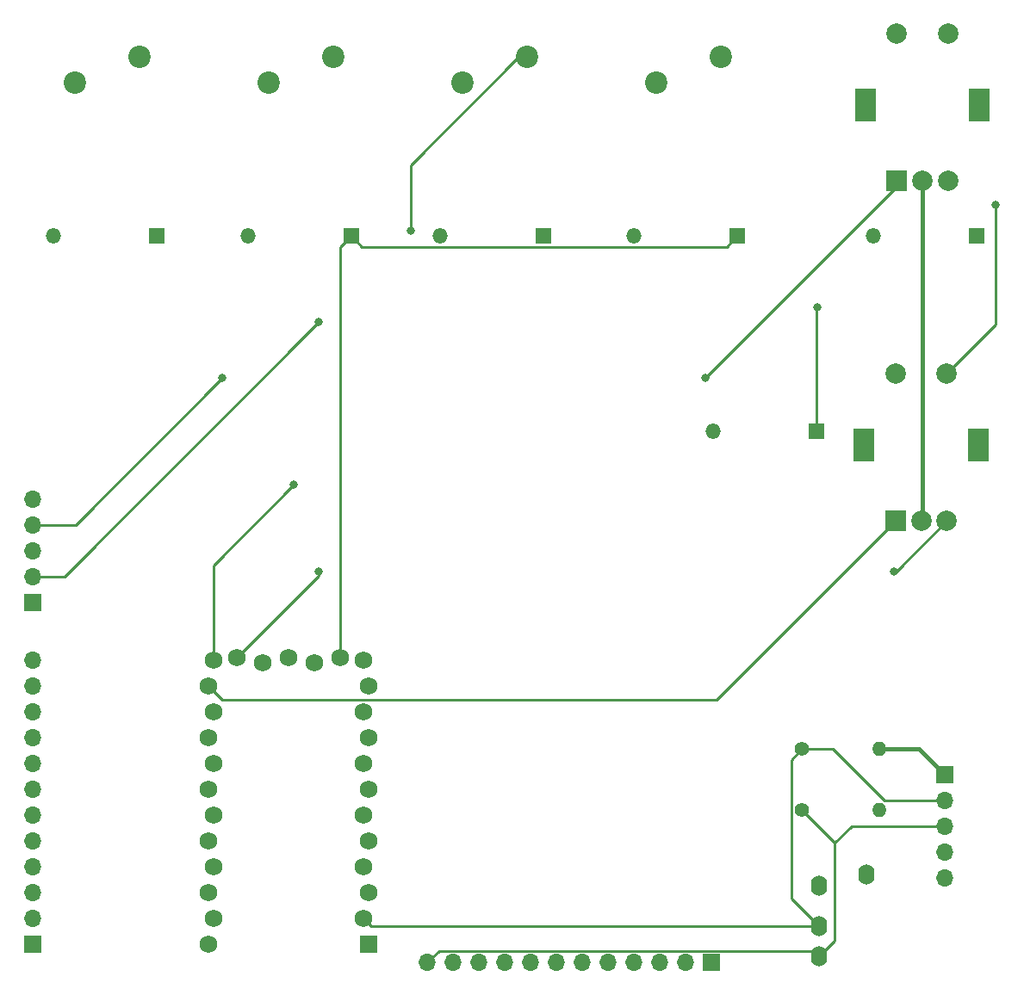
<source format=gbr>
%TF.GenerationSoftware,KiCad,Pcbnew,(6.0.10)*%
%TF.CreationDate,2023-01-18T22:34:27-08:00*%
%TF.ProjectId,shitpad,73686974-7061-4642-9e6b-696361645f70,rev?*%
%TF.SameCoordinates,Original*%
%TF.FileFunction,Copper,L2,Bot*%
%TF.FilePolarity,Positive*%
%FSLAX46Y46*%
G04 Gerber Fmt 4.6, Leading zero omitted, Abs format (unit mm)*
G04 Created by KiCad (PCBNEW (6.0.10)) date 2023-01-18 22:34:27*
%MOMM*%
%LPD*%
G01*
G04 APERTURE LIST*
%TA.AperFunction,ComponentPad*%
%ADD10C,2.200000*%
%TD*%
%TA.AperFunction,ComponentPad*%
%ADD11O,1.400000X1.400000*%
%TD*%
%TA.AperFunction,ComponentPad*%
%ADD12C,1.400000*%
%TD*%
%TA.AperFunction,ComponentPad*%
%ADD13C,2.000000*%
%TD*%
%TA.AperFunction,ComponentPad*%
%ADD14R,2.000000X3.200000*%
%TD*%
%TA.AperFunction,ComponentPad*%
%ADD15R,2.000000X2.000000*%
%TD*%
%TA.AperFunction,ComponentPad*%
%ADD16O,1.500000X1.500000*%
%TD*%
%TA.AperFunction,ComponentPad*%
%ADD17R,1.500000X1.500000*%
%TD*%
%TA.AperFunction,ComponentPad*%
%ADD18O,1.600000X2.000000*%
%TD*%
%TA.AperFunction,ComponentPad*%
%ADD19O,1.700000X1.700000*%
%TD*%
%TA.AperFunction,ComponentPad*%
%ADD20R,1.700000X1.700000*%
%TD*%
%TA.AperFunction,ComponentPad*%
%ADD21C,1.752600*%
%TD*%
%TA.AperFunction,ComponentPad*%
%ADD22R,1.752600X1.752600*%
%TD*%
%TA.AperFunction,ViaPad*%
%ADD23C,0.800000*%
%TD*%
%TA.AperFunction,Conductor*%
%ADD24C,0.254000*%
%TD*%
%TA.AperFunction,Conductor*%
%ADD25C,0.381000*%
%TD*%
G04 APERTURE END LIST*
D10*
%TO.P,SW1,2*%
%TO.N,COL0*%
X115972000Y-58876250D03*
%TO.P,SW1,1*%
%TO.N,Net-(D1-Pad2)*%
X109622000Y-61416250D03*
%TD*%
D11*
%TO.P,R2,2*%
%TO.N,+5V*%
X150610000Y-127000000D03*
D12*
%TO.P,R2,1*%
%TO.N,I2C2*%
X142990000Y-127000000D03*
%TD*%
D11*
%TO.P,R1,2*%
%TO.N,+5V*%
X150610000Y-133000000D03*
D12*
%TO.P,R1,1*%
%TO.N,I2C1*%
X142990000Y-133000000D03*
%TD*%
D13*
%TO.P,SW6,S2,S2*%
%TO.N,Net-(D10-Pad2)*%
X152207000Y-90043750D03*
%TO.P,SW6,S1,S1*%
%TO.N,COL3*%
X157207000Y-90043750D03*
D14*
%TO.P,SW6,MP*%
%TO.N,N/C*%
X149107000Y-97043750D03*
X160307000Y-97043750D03*
D13*
%TO.P,SW6,C,C*%
%TO.N,GND*%
X154707000Y-104543750D03*
%TO.P,SW6,B,B*%
%TO.N,ROT1*%
X157207000Y-104543750D03*
D15*
%TO.P,SW6,A,A*%
%TO.N,ROT3*%
X152207000Y-104543750D03*
%TD*%
D16*
%TO.P,D10,2,A*%
%TO.N,Net-(D10-Pad2)*%
X134228250Y-95706250D03*
D17*
%TO.P,D10,1,K*%
%TO.N,ROW1*%
X144388250Y-95706250D03*
%TD*%
D16*
%TO.P,D9,2,A*%
%TO.N,Net-(SW5-PadS2)*%
X150000000Y-76500000D03*
D17*
%TO.P,D9,1,K*%
%TO.N,ROW0*%
X160160000Y-76500000D03*
%TD*%
D13*
%TO.P,SW5,S2,S2*%
%TO.N,Net-(SW5-PadS2)*%
X152325750Y-56600000D03*
%TO.P,SW5,S1,S1*%
%TO.N,COL3*%
X157325750Y-56600000D03*
D14*
%TO.P,SW5,MP*%
%TO.N,N/C*%
X149225750Y-63600000D03*
X160425750Y-63600000D03*
D13*
%TO.P,SW5,C,C*%
%TO.N,GND*%
X154825750Y-71100000D03*
%TO.P,SW5,B,B*%
%TO.N,ROT1*%
X157325750Y-71100000D03*
D15*
%TO.P,SW5,A,A*%
%TO.N,ROT2*%
X152325750Y-71100000D03*
%TD*%
D18*
%TO.P,T1,3,RING1*%
%TO.N,I2C2*%
X144700000Y-144412500D03*
%TO.P,T1,4,RING2*%
%TO.N,I2C1*%
X144700000Y-147412500D03*
%TO.P,T1,2,TIP*%
%TO.N,GND*%
X144700000Y-140412500D03*
%TO.P,T1,1,SLEEVE*%
%TO.N,+5V*%
X149300000Y-139312500D03*
%TD*%
D19*
%TO.P,X1,5,GND*%
%TO.N,GND*%
X157000000Y-139660000D03*
%TO.P,X1,4,ID*%
%TO.N,unconnected-(X1-Pad4)*%
X157000000Y-137120000D03*
%TO.P,X1,3,D+*%
%TO.N,I2C1*%
X157000000Y-134580000D03*
%TO.P,X1,2,D-*%
%TO.N,I2C2*%
X157000000Y-132040000D03*
D20*
%TO.P,X1,1,VBUS*%
%TO.N,+5V*%
X157000000Y-129500000D03*
%TD*%
D19*
%TO.P,J3,12,Pin_12*%
%TO.N,ROT2*%
X67394500Y-118253750D03*
%TO.P,J3,11,Pin_11*%
%TO.N,ROT3*%
X67394500Y-120793750D03*
%TO.P,J3,10,Pin_10*%
%TO.N,Net-(J3-Pad10)*%
X67394500Y-123333750D03*
%TO.P,J3,9,Pin_9*%
%TO.N,Net-(J3-Pad9)*%
X67394500Y-125873750D03*
%TO.P,J3,8,Pin_8*%
%TO.N,Net-(J3-Pad8)*%
X67394500Y-128413750D03*
%TO.P,J3,7,Pin_7*%
%TO.N,Net-(J3-Pad7)*%
X67394500Y-130953750D03*
%TO.P,J3,6,Pin_6*%
%TO.N,Net-(J3-Pad6)*%
X67394500Y-133493750D03*
%TO.P,J3,5,Pin_5*%
%TO.N,Net-(J3-Pad5)*%
X67394500Y-136033750D03*
%TO.P,J3,4,Pin_4*%
%TO.N,Net-(J3-Pad4)*%
X67394500Y-138573750D03*
%TO.P,J3,3,Pin_3*%
%TO.N,Net-(J3-Pad3)*%
X67394500Y-141113750D03*
%TO.P,J3,2,Pin_2*%
%TO.N,Net-(J3-Pad2)*%
X67394500Y-143653750D03*
D20*
%TO.P,J3,1,Pin_1*%
%TO.N,Net-(J3-Pad1)*%
X67394500Y-146193750D03*
%TD*%
D19*
%TO.P,J2,5,Pin_5*%
%TO.N,ROW1*%
X67394500Y-102373750D03*
%TO.P,J2,4,Pin_4*%
%TO.N,ROW0*%
X67394500Y-104913750D03*
%TO.P,J2,3,Pin_3*%
%TO.N,COL1*%
X67394500Y-107453750D03*
%TO.P,J2,2,Pin_2*%
%TO.N,COL0*%
X67394500Y-109993750D03*
D20*
%TO.P,J2,1,Pin_1*%
%TO.N,ROT1*%
X67394500Y-112533750D03*
%TD*%
%TO.P,J1,1,Pin_1*%
%TO.N,Net-(U1-Pad12)*%
X134120000Y-148000000D03*
D19*
%TO.P,J1,2,Pin_2*%
%TO.N,Net-(U1-Pad11)*%
X131580000Y-148000000D03*
%TO.P,J1,3,Pin_3*%
%TO.N,Net-(U1-Pad10)*%
X129040000Y-148000000D03*
%TO.P,J1,4,Pin_4*%
%TO.N,Net-(U1-Pad9)*%
X126500000Y-148000000D03*
%TO.P,J1,5,Pin_5*%
%TO.N,Net-(U1-Pad8)*%
X123960000Y-148000000D03*
%TO.P,J1,6,Pin_6*%
%TO.N,Net-(U1-Pad7)*%
X121420000Y-148000000D03*
%TO.P,J1,7,Pin_7*%
%TO.N,Net-(U1-Pad6)*%
X118880000Y-148000000D03*
%TO.P,J1,8,Pin_8*%
%TO.N,Net-(U1-Pad5)*%
X116340000Y-148000000D03*
%TO.P,J1,9,Pin_9*%
%TO.N,Net-(U1-Pad4)*%
X113800000Y-148000000D03*
%TO.P,J1,10,Pin_10*%
%TO.N,Net-(U1-Pad3)*%
X111260000Y-148000000D03*
%TO.P,J1,11,Pin_11*%
%TO.N,I2C2*%
X108720000Y-148000000D03*
%TO.P,J1,12,Pin_12*%
%TO.N,I2C1*%
X106180000Y-148000000D03*
%TD*%
D10*
%TO.P,SW4,2*%
%TO.N,COL1*%
X96922000Y-58876250D03*
%TO.P,SW4,1*%
%TO.N,Net-(D4-Pad2)*%
X90572000Y-61416250D03*
%TD*%
D16*
%TO.P,D8,2,A*%
%TO.N,Net-(D4-Pad2)*%
X88500000Y-76500000D03*
D17*
%TO.P,D8,1,K*%
%TO.N,ROW1*%
X98660000Y-76500000D03*
%TD*%
%TO.P,D7,1,K*%
%TO.N,ROW0*%
X79580000Y-76500000D03*
D16*
%TO.P,D7,2,A*%
%TO.N,Net-(D3-Pad2)*%
X69420000Y-76500000D03*
%TD*%
D17*
%TO.P,D6,1,K*%
%TO.N,ROW1*%
X136660000Y-76500000D03*
D16*
%TO.P,D6,2,A*%
%TO.N,Net-(D2-Pad2)*%
X126500000Y-76500000D03*
%TD*%
%TO.P,D5,2,A*%
%TO.N,Net-(D1-Pad2)*%
X107420000Y-76500000D03*
D17*
%TO.P,D5,1,K*%
%TO.N,ROW0*%
X117580000Y-76500000D03*
%TD*%
D21*
%TO.P,U1,25,B7*%
%TO.N,ROW1*%
X97580000Y-118020150D03*
%TO.P,U1,26,D5*%
%TO.N,ROW0*%
X95040000Y-118477350D03*
%TO.P,U1,27,C7*%
%TO.N,COL1*%
X92500000Y-118020150D03*
%TO.P,U1,28,F1*%
%TO.N,COL0*%
X89960000Y-118477350D03*
%TO.P,U1,29,F0*%
%TO.N,ROT1*%
X87420000Y-118020150D03*
%TO.P,U1,24,B0*%
%TO.N,Net-(J3-Pad1)*%
X84651400Y-146188750D03*
%TO.P,U1,12,9/PB5*%
%TO.N,Net-(U1-Pad12)*%
X99891400Y-118248750D03*
%TO.P,U1,23,GND*%
%TO.N,Net-(J3-Pad2)*%
X85108600Y-143648750D03*
%TO.P,U1,22,RST*%
%TO.N,Net-(J3-Pad3)*%
X84651400Y-141108750D03*
%TO.P,U1,21,VCC*%
%TO.N,Net-(J3-Pad4)*%
X85108600Y-138568750D03*
%TO.P,U1,20,A3/PF4*%
%TO.N,Net-(J3-Pad5)*%
X84651400Y-136028750D03*
%TO.P,U1,19,A2/PF5*%
%TO.N,Net-(J3-Pad6)*%
X85108600Y-133488750D03*
%TO.P,U1,18,A1/PF6*%
%TO.N,Net-(J3-Pad7)*%
X84651400Y-130948750D03*
%TO.P,U1,17,A0/PF7*%
%TO.N,Net-(J3-Pad8)*%
X85108600Y-128408750D03*
%TO.P,U1,16,15/PB1*%
%TO.N,Net-(J3-Pad9)*%
X84651400Y-125868750D03*
%TO.P,U1,15,14/PB3*%
%TO.N,Net-(J3-Pad10)*%
X85108600Y-123328750D03*
%TO.P,U1,14,16/PB2*%
%TO.N,ROT3*%
X84651400Y-120788750D03*
%TO.P,U1,13,10/PB6*%
%TO.N,ROT2*%
X85108600Y-118248750D03*
%TO.P,U1,11,8/PB4*%
%TO.N,Net-(U1-Pad11)*%
X100348600Y-120788750D03*
%TO.P,U1,10,7/PE6*%
%TO.N,Net-(U1-Pad10)*%
X99891400Y-123328750D03*
%TO.P,U1,9,6/PD7*%
%TO.N,Net-(U1-Pad9)*%
X100348600Y-125868750D03*
%TO.P,U1,8,5/PC6*%
%TO.N,Net-(U1-Pad8)*%
X99891400Y-128408750D03*
%TO.P,U1,7,4/PD4*%
%TO.N,Net-(U1-Pad7)*%
X100348600Y-130948750D03*
%TO.P,U1,6,3/PD0*%
%TO.N,Net-(U1-Pad6)*%
X99891400Y-133488750D03*
%TO.P,U1,5,2/PD1*%
%TO.N,Net-(U1-Pad5)*%
X100348600Y-136028750D03*
%TO.P,U1,4,GND*%
%TO.N,Net-(U1-Pad4)*%
X99891400Y-138568750D03*
%TO.P,U1,3,GND*%
%TO.N,Net-(U1-Pad3)*%
X100348600Y-141108750D03*
%TO.P,U1,2,RX1/PD2*%
%TO.N,I2C2*%
X99891400Y-143648750D03*
D22*
%TO.P,U1,1,TX0/PD3*%
%TO.N,I2C1*%
X100348600Y-146188750D03*
%TD*%
D10*
%TO.P,SW3,1*%
%TO.N,Net-(D3-Pad2)*%
X71522000Y-61416250D03*
%TO.P,SW3,2*%
%TO.N,COL1*%
X77872000Y-58876250D03*
%TD*%
%TO.P,SW2,2*%
%TO.N,COL0*%
X135022000Y-58876250D03*
%TO.P,SW2,1*%
%TO.N,Net-(D2-Pad2)*%
X128672000Y-61416250D03*
%TD*%
D23*
%TO.N,ROW1*%
X144500000Y-83500000D03*
%TO.N,COL0*%
X95500000Y-85000000D03*
X104500000Y-76000000D03*
%TO.N,ROW0*%
X86000000Y-90500000D03*
%TO.N,ROT2*%
X133500000Y-90500000D03*
X93000000Y-101000000D03*
%TO.N,ROT1*%
X152000000Y-109500000D03*
X95500000Y-109500000D03*
%TO.N,COL3*%
X162000000Y-73500000D03*
%TD*%
D24*
%TO.N,ROW1*%
X135583000Y-77577000D02*
X136660000Y-76500000D01*
X99737000Y-77577000D02*
X135583000Y-77577000D01*
X98660000Y-76500000D02*
X99737000Y-77577000D01*
X144388250Y-83611750D02*
X144500000Y-83500000D01*
X144388250Y-95706250D02*
X144388250Y-83611750D01*
%TO.N,COL0*%
X115150412Y-58876250D02*
X115972000Y-58876250D01*
X104500000Y-76000000D02*
X104500000Y-69526662D01*
X104500000Y-69526662D02*
X115150412Y-58876250D01*
X70506250Y-109993750D02*
X95500000Y-85000000D01*
X67394500Y-109993750D02*
X70506250Y-109993750D01*
%TO.N,ROW0*%
X71586250Y-104913750D02*
X86000000Y-90500000D01*
X67394500Y-104913750D02*
X71586250Y-104913750D01*
%TO.N,ROT2*%
X133500000Y-90500000D02*
X152325750Y-71674250D01*
X152325750Y-71674250D02*
X152325750Y-71100000D01*
X85108600Y-108891400D02*
X93000000Y-101000000D01*
X85108600Y-118248750D02*
X85108600Y-108891400D01*
%TO.N,ROT1*%
X95500000Y-109500000D02*
X95500000Y-109940150D01*
X95500000Y-109940150D02*
X87420000Y-118020150D01*
X152250750Y-109500000D02*
X152000000Y-109500000D01*
X157207000Y-104543750D02*
X152250750Y-109500000D01*
%TO.N,ROT3*%
X134625300Y-122125450D02*
X152207000Y-104543750D01*
X85988100Y-122125450D02*
X134625300Y-122125450D01*
X84651400Y-120788750D02*
X85988100Y-122125450D01*
D25*
%TO.N,+5V*%
X150610000Y-127000000D02*
X154500000Y-127000000D01*
X154500000Y-127000000D02*
X157000000Y-129500000D01*
D24*
%TO.N,I2C2*%
X141963000Y-128027000D02*
X142990000Y-127000000D01*
X141963000Y-141675500D02*
X141963000Y-128027000D01*
X144700000Y-144412500D02*
X141963000Y-141675500D01*
%TO.N,I2C1*%
X147875998Y-134580000D02*
X146222999Y-136232999D01*
X157000000Y-134580000D02*
X147875998Y-134580000D01*
X146222999Y-136232999D02*
X146222999Y-145889501D01*
X142990000Y-133000000D02*
X146222999Y-136232999D01*
X146222999Y-145889501D02*
X144700000Y-147412500D01*
%TO.N,I2C2*%
X146062398Y-127000000D02*
X151102398Y-132040000D01*
X142990000Y-127000000D02*
X146062398Y-127000000D01*
X151102398Y-132040000D02*
X157000000Y-132040000D01*
%TO.N,I2C1*%
X107357000Y-146823000D02*
X106180000Y-148000000D01*
X144110500Y-146823000D02*
X107357000Y-146823000D01*
X144700000Y-147412500D02*
X144110500Y-146823000D01*
%TO.N,I2C2*%
X100655150Y-144412500D02*
X99891400Y-143648750D01*
X144700000Y-144412500D02*
X100655150Y-144412500D01*
%TO.N,ROW1*%
X97580000Y-77580000D02*
X98660000Y-76500000D01*
X97580000Y-118020150D02*
X97580000Y-77580000D01*
%TO.N,COL3*%
X162000000Y-85250750D02*
X157207000Y-90043750D01*
X162000000Y-73500000D02*
X162000000Y-85250750D01*
D25*
%TO.N,GND*%
X154825750Y-104425000D02*
X154707000Y-104543750D01*
X154825750Y-71100000D02*
X154825750Y-104425000D01*
%TD*%
M02*

</source>
